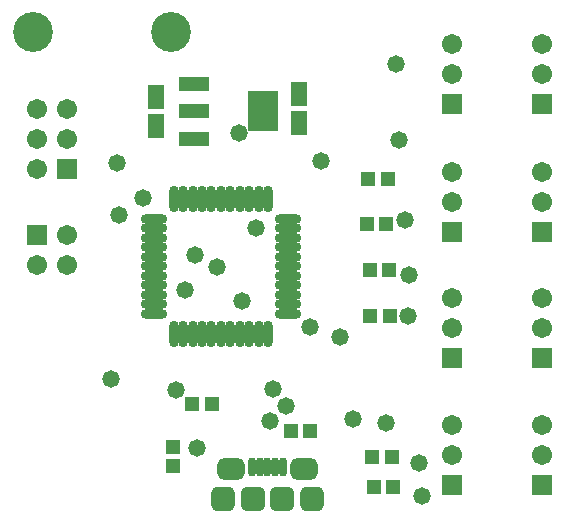
<source format=gbs>
%FSLAX25Y25*%
%MOIN*%
G70*
G01*
G75*
G04 Layer_Color=16711935*
%ADD10R,0.03937X0.03937*%
G04:AMPARAMS|DCode=11|XSize=83mil|YSize=55mil|CornerRadius=13.75mil|HoleSize=0mil|Usage=FLASHONLY|Rotation=90.000|XOffset=0mil|YOffset=0mil|HoleType=Round|Shape=RoundedRectangle|*
%AMROUNDEDRECTD11*
21,1,0.08300,0.02750,0,0,90.0*
21,1,0.05550,0.05500,0,0,90.0*
1,1,0.02750,0.01375,0.02775*
1,1,0.02750,0.01375,-0.02775*
1,1,0.02750,-0.01375,-0.02775*
1,1,0.02750,-0.01375,0.02775*
%
%ADD11ROUNDEDRECTD11*%
%ADD12R,0.03150X0.05118*%
%ADD13R,0.05118X0.03150*%
%ADD14R,0.03740X0.03937*%
%ADD15R,0.03937X0.03740*%
%ADD16R,0.03937X0.03937*%
%ADD17C,0.01500*%
%ADD18C,0.02000*%
%ADD19R,0.05906X0.05906*%
%ADD20C,0.05906*%
%ADD21C,0.12500*%
%ADD22C,0.05000*%
%ADD23O,0.08071X0.02362*%
%ADD24O,0.02362X0.08071*%
G04:AMPARAMS|DCode=25|XSize=82.68mil|YSize=62.99mil|CornerRadius=15.75mil|HoleSize=0mil|Usage=FLASHONLY|Rotation=180.000|XOffset=0mil|YOffset=0mil|HoleType=Round|Shape=RoundedRectangle|*
%AMROUNDEDRECTD25*
21,1,0.08268,0.03150,0,0,180.0*
21,1,0.05118,0.06299,0,0,180.0*
1,1,0.03150,-0.02559,0.01575*
1,1,0.03150,0.02559,0.01575*
1,1,0.03150,0.02559,-0.01575*
1,1,0.03150,-0.02559,-0.01575*
%
%ADD25ROUNDEDRECTD25*%
G04:AMPARAMS|DCode=26|XSize=70.87mil|YSize=74.8mil|CornerRadius=17.72mil|HoleSize=0mil|Usage=FLASHONLY|Rotation=180.000|XOffset=0mil|YOffset=0mil|HoleType=Round|Shape=RoundedRectangle|*
%AMROUNDEDRECTD26*
21,1,0.07087,0.03937,0,0,180.0*
21,1,0.03543,0.07480,0,0,180.0*
1,1,0.03543,-0.01772,0.01969*
1,1,0.03543,0.01772,0.01969*
1,1,0.03543,0.01772,-0.01969*
1,1,0.03543,-0.01772,-0.01969*
%
%ADD26ROUNDEDRECTD26*%
G04:AMPARAMS|DCode=27|XSize=15.75mil|YSize=53.15mil|CornerRadius=3.94mil|HoleSize=0mil|Usage=FLASHONLY|Rotation=180.000|XOffset=0mil|YOffset=0mil|HoleType=Round|Shape=RoundedRectangle|*
%AMROUNDEDRECTD27*
21,1,0.01575,0.04528,0,0,180.0*
21,1,0.00787,0.05315,0,0,180.0*
1,1,0.00787,-0.00394,0.02264*
1,1,0.00787,0.00394,0.02264*
1,1,0.00787,0.00394,-0.02264*
1,1,0.00787,-0.00394,-0.02264*
%
%ADD27ROUNDEDRECTD27*%
G04:AMPARAMS|DCode=28|XSize=74.8mil|YSize=74.8mil|CornerRadius=18.7mil|HoleSize=0mil|Usage=FLASHONLY|Rotation=180.000|XOffset=0mil|YOffset=0mil|HoleType=Round|Shape=RoundedRectangle|*
%AMROUNDEDRECTD28*
21,1,0.07480,0.03740,0,0,180.0*
21,1,0.03740,0.07480,0,0,180.0*
1,1,0.03740,-0.01870,0.01870*
1,1,0.03740,0.01870,0.01870*
1,1,0.03740,0.01870,-0.01870*
1,1,0.03740,-0.01870,-0.01870*
%
%ADD28ROUNDEDRECTD28*%
%ADD29R,0.04724X0.07677*%
%ADD30R,0.09449X0.03937*%
%ADD31R,0.09449X0.12992*%
%ADD32C,0.01000*%
%ADD33C,0.00787*%
%ADD34C,0.00100*%
%ADD35R,0.04737X0.04737*%
G04:AMPARAMS|DCode=36|XSize=91mil|YSize=63mil|CornerRadius=17.75mil|HoleSize=0mil|Usage=FLASHONLY|Rotation=90.000|XOffset=0mil|YOffset=0mil|HoleType=Round|Shape=RoundedRectangle|*
%AMROUNDEDRECTD36*
21,1,0.09100,0.02750,0,0,90.0*
21,1,0.05550,0.06300,0,0,90.0*
1,1,0.03550,0.01375,0.02775*
1,1,0.03550,0.01375,-0.02775*
1,1,0.03550,-0.01375,-0.02775*
1,1,0.03550,-0.01375,0.02775*
%
%ADD36ROUNDEDRECTD36*%
%ADD37R,0.03950X0.05918*%
%ADD38R,0.05918X0.03950*%
%ADD39R,0.04540X0.04737*%
%ADD40R,0.04737X0.04540*%
%ADD41R,0.04737X0.04737*%
%ADD42R,0.06706X0.06706*%
%ADD43C,0.06706*%
%ADD44C,0.13300*%
%ADD45C,0.05800*%
%ADD46O,0.08871X0.03162*%
%ADD47O,0.03162X0.08871*%
G04:AMPARAMS|DCode=48|XSize=90.68mil|YSize=70.99mil|CornerRadius=19.75mil|HoleSize=0mil|Usage=FLASHONLY|Rotation=180.000|XOffset=0mil|YOffset=0mil|HoleType=Round|Shape=RoundedRectangle|*
%AMROUNDEDRECTD48*
21,1,0.09068,0.03150,0,0,180.0*
21,1,0.05118,0.07099,0,0,180.0*
1,1,0.03950,-0.02559,0.01575*
1,1,0.03950,0.02559,0.01575*
1,1,0.03950,0.02559,-0.01575*
1,1,0.03950,-0.02559,-0.01575*
%
%ADD48ROUNDEDRECTD48*%
G04:AMPARAMS|DCode=49|XSize=78.87mil|YSize=82.8mil|CornerRadius=21.72mil|HoleSize=0mil|Usage=FLASHONLY|Rotation=180.000|XOffset=0mil|YOffset=0mil|HoleType=Round|Shape=RoundedRectangle|*
%AMROUNDEDRECTD49*
21,1,0.07887,0.03937,0,0,180.0*
21,1,0.03543,0.08280,0,0,180.0*
1,1,0.04343,-0.01772,0.01969*
1,1,0.04343,0.01772,0.01969*
1,1,0.04343,0.01772,-0.01969*
1,1,0.04343,-0.01772,-0.01969*
%
%ADD49ROUNDEDRECTD49*%
G04:AMPARAMS|DCode=50|XSize=23.75mil|YSize=61.15mil|CornerRadius=7.94mil|HoleSize=0mil|Usage=FLASHONLY|Rotation=180.000|XOffset=0mil|YOffset=0mil|HoleType=Round|Shape=RoundedRectangle|*
%AMROUNDEDRECTD50*
21,1,0.02375,0.04528,0,0,180.0*
21,1,0.00787,0.06115,0,0,180.0*
1,1,0.01587,-0.00394,0.02264*
1,1,0.01587,0.00394,0.02264*
1,1,0.01587,0.00394,-0.02264*
1,1,0.01587,-0.00394,-0.02264*
%
%ADD50ROUNDEDRECTD50*%
G04:AMPARAMS|DCode=51|XSize=82.8mil|YSize=82.8mil|CornerRadius=22.7mil|HoleSize=0mil|Usage=FLASHONLY|Rotation=180.000|XOffset=0mil|YOffset=0mil|HoleType=Round|Shape=RoundedRectangle|*
%AMROUNDEDRECTD51*
21,1,0.08280,0.03740,0,0,180.0*
21,1,0.03740,0.08280,0,0,180.0*
1,1,0.04540,-0.01870,0.01870*
1,1,0.04540,0.01870,0.01870*
1,1,0.04540,0.01870,-0.01870*
1,1,0.04540,-0.01870,-0.01870*
%
%ADD51ROUNDEDRECTD51*%
%ADD52R,0.05524X0.08477*%
%ADD53R,0.10249X0.04737*%
%ADD54R,0.10249X0.13792*%
D35*
X278396Y142000D02*
D03*
X271900D02*
D03*
X277896Y152000D02*
D03*
X271400D02*
D03*
X217948Y169500D02*
D03*
X211452D02*
D03*
X277148Y214233D02*
D03*
X270652D02*
D03*
X276048Y229467D02*
D03*
X269552D02*
D03*
X276548Y244700D02*
D03*
X270052D02*
D03*
X277248Y199000D02*
D03*
X270752D02*
D03*
D39*
X205000Y155150D02*
D03*
Y148850D02*
D03*
D40*
X244450Y160500D02*
D03*
X250750D02*
D03*
D42*
X169700Y248000D02*
D03*
X159700Y226000D02*
D03*
X298000Y269500D02*
D03*
Y185000D02*
D03*
X328000Y269500D02*
D03*
Y185000D02*
D03*
X298000Y227000D02*
D03*
Y142500D02*
D03*
X328000Y227000D02*
D03*
Y142500D02*
D03*
D43*
X159700Y248000D02*
D03*
X169700Y258000D02*
D03*
X159700D02*
D03*
X169700Y268000D02*
D03*
X159700D02*
D03*
X169700Y216000D02*
D03*
X159700D02*
D03*
X169700Y226000D02*
D03*
X298000Y289500D02*
D03*
Y279500D02*
D03*
Y205000D02*
D03*
Y195000D02*
D03*
X328000Y289500D02*
D03*
Y279500D02*
D03*
Y205000D02*
D03*
Y195000D02*
D03*
X298000Y247000D02*
D03*
Y237000D02*
D03*
Y162500D02*
D03*
Y152500D02*
D03*
X328000Y247000D02*
D03*
Y237000D02*
D03*
Y162500D02*
D03*
Y152500D02*
D03*
D44*
X204500Y293500D02*
D03*
X158500D02*
D03*
D45*
X280500Y257500D02*
D03*
X184500Y178000D02*
D03*
X213000Y155000D02*
D03*
X288000Y139000D02*
D03*
X287000Y150000D02*
D03*
X279500Y282800D02*
D03*
X226900Y259900D02*
D03*
X186500Y249800D02*
D03*
X237400Y163900D02*
D03*
X242600Y168900D02*
D03*
X265000Y164500D02*
D03*
X276000Y163100D02*
D03*
X238200Y174600D02*
D03*
X260800Y192000D02*
D03*
X206000Y174300D02*
D03*
X254200Y250500D02*
D03*
X282300Y231000D02*
D03*
X283700Y212500D02*
D03*
X283200Y199000D02*
D03*
X212400Y219300D02*
D03*
X219600Y215300D02*
D03*
X194900Y238200D02*
D03*
X187100Y232500D02*
D03*
X232800Y228300D02*
D03*
X228100Y204000D02*
D03*
X208900Y207500D02*
D03*
X250700Y195100D02*
D03*
D46*
X198559Y231248D02*
D03*
Y228098D02*
D03*
Y224949D02*
D03*
Y221799D02*
D03*
Y218650D02*
D03*
Y215500D02*
D03*
Y212350D02*
D03*
Y209201D02*
D03*
Y206051D02*
D03*
Y202902D02*
D03*
Y199752D02*
D03*
X243441D02*
D03*
Y202902D02*
D03*
Y206051D02*
D03*
Y209201D02*
D03*
Y212350D02*
D03*
Y215500D02*
D03*
Y218650D02*
D03*
Y221799D02*
D03*
Y224949D02*
D03*
Y228098D02*
D03*
Y231248D02*
D03*
D47*
X205252Y193059D02*
D03*
X208402D02*
D03*
X211551D02*
D03*
X214701D02*
D03*
X217850D02*
D03*
X221000D02*
D03*
X224150D02*
D03*
X227299D02*
D03*
X230449D02*
D03*
X233598D02*
D03*
X236748D02*
D03*
Y237941D02*
D03*
X233598D02*
D03*
X230449D02*
D03*
X227299D02*
D03*
X224150D02*
D03*
X221000D02*
D03*
X217850D02*
D03*
X214701D02*
D03*
X211551D02*
D03*
X208402D02*
D03*
X205252D02*
D03*
D48*
X224295Y148008D02*
D03*
X248705D02*
D03*
D49*
X251461Y137988D02*
D03*
X221539Y137969D02*
D03*
D50*
X241618Y148500D02*
D03*
X239059D02*
D03*
X236500D02*
D03*
X233941D02*
D03*
X231382D02*
D03*
D51*
X241224Y137969D02*
D03*
X231776D02*
D03*
D52*
X199500Y262277D02*
D03*
Y271923D02*
D03*
X247000Y272923D02*
D03*
Y263277D02*
D03*
D53*
X212083Y258045D02*
D03*
Y267100D02*
D03*
Y276155D02*
D03*
D54*
X234917Y267100D02*
D03*
M02*

</source>
